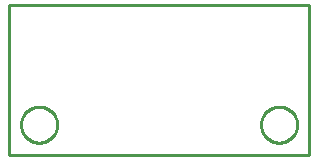
<source format=gko>
G04 EAGLE Gerber RS-274X export*
G75*
%MOMM*%
%FSLAX34Y34*%
%LPD*%
%IN*%
%IPPOS*%
%AMOC8*
5,1,8,0,0,1.08239X$1,22.5*%
G01*
%ADD10C,0.203200*%
%ADD11C,0.000000*%
%ADD12C,0.254000*%


D10*
X0Y0D02*
X0Y127000D01*
X254000Y127000D01*
X254000Y0D01*
X0Y0D01*
D11*
X213360Y25400D02*
X213365Y25774D01*
X213378Y26148D01*
X213401Y26521D01*
X213433Y26894D01*
X213475Y27266D01*
X213525Y27636D01*
X213584Y28005D01*
X213653Y28373D01*
X213730Y28739D01*
X213817Y29103D01*
X213912Y29465D01*
X214016Y29824D01*
X214129Y30181D01*
X214251Y30534D01*
X214381Y30885D01*
X214520Y31232D01*
X214667Y31576D01*
X214823Y31916D01*
X214987Y32252D01*
X215160Y32584D01*
X215340Y32912D01*
X215528Y33235D01*
X215724Y33553D01*
X215928Y33867D01*
X216140Y34175D01*
X216359Y34478D01*
X216586Y34776D01*
X216819Y35068D01*
X217060Y35354D01*
X217308Y35635D01*
X217562Y35909D01*
X217824Y36176D01*
X218091Y36438D01*
X218365Y36692D01*
X218646Y36940D01*
X218932Y37181D01*
X219224Y37414D01*
X219522Y37641D01*
X219825Y37860D01*
X220133Y38072D01*
X220447Y38276D01*
X220765Y38472D01*
X221088Y38660D01*
X221416Y38840D01*
X221748Y39013D01*
X222084Y39177D01*
X222424Y39333D01*
X222768Y39480D01*
X223115Y39619D01*
X223466Y39749D01*
X223819Y39871D01*
X224176Y39984D01*
X224535Y40088D01*
X224897Y40183D01*
X225261Y40270D01*
X225627Y40347D01*
X225995Y40416D01*
X226364Y40475D01*
X226734Y40525D01*
X227106Y40567D01*
X227479Y40599D01*
X227852Y40622D01*
X228226Y40635D01*
X228600Y40640D01*
X228974Y40635D01*
X229348Y40622D01*
X229721Y40599D01*
X230094Y40567D01*
X230466Y40525D01*
X230836Y40475D01*
X231205Y40416D01*
X231573Y40347D01*
X231939Y40270D01*
X232303Y40183D01*
X232665Y40088D01*
X233024Y39984D01*
X233381Y39871D01*
X233734Y39749D01*
X234085Y39619D01*
X234432Y39480D01*
X234776Y39333D01*
X235116Y39177D01*
X235452Y39013D01*
X235784Y38840D01*
X236112Y38660D01*
X236435Y38472D01*
X236753Y38276D01*
X237067Y38072D01*
X237375Y37860D01*
X237678Y37641D01*
X237976Y37414D01*
X238268Y37181D01*
X238554Y36940D01*
X238835Y36692D01*
X239109Y36438D01*
X239376Y36176D01*
X239638Y35909D01*
X239892Y35635D01*
X240140Y35354D01*
X240381Y35068D01*
X240614Y34776D01*
X240841Y34478D01*
X241060Y34175D01*
X241272Y33867D01*
X241476Y33553D01*
X241672Y33235D01*
X241860Y32912D01*
X242040Y32584D01*
X242213Y32252D01*
X242377Y31916D01*
X242533Y31576D01*
X242680Y31232D01*
X242819Y30885D01*
X242949Y30534D01*
X243071Y30181D01*
X243184Y29824D01*
X243288Y29465D01*
X243383Y29103D01*
X243470Y28739D01*
X243547Y28373D01*
X243616Y28005D01*
X243675Y27636D01*
X243725Y27266D01*
X243767Y26894D01*
X243799Y26521D01*
X243822Y26148D01*
X243835Y25774D01*
X243840Y25400D01*
X243835Y25026D01*
X243822Y24652D01*
X243799Y24279D01*
X243767Y23906D01*
X243725Y23534D01*
X243675Y23164D01*
X243616Y22795D01*
X243547Y22427D01*
X243470Y22061D01*
X243383Y21697D01*
X243288Y21335D01*
X243184Y20976D01*
X243071Y20619D01*
X242949Y20266D01*
X242819Y19915D01*
X242680Y19568D01*
X242533Y19224D01*
X242377Y18884D01*
X242213Y18548D01*
X242040Y18216D01*
X241860Y17888D01*
X241672Y17565D01*
X241476Y17247D01*
X241272Y16933D01*
X241060Y16625D01*
X240841Y16322D01*
X240614Y16024D01*
X240381Y15732D01*
X240140Y15446D01*
X239892Y15165D01*
X239638Y14891D01*
X239376Y14624D01*
X239109Y14362D01*
X238835Y14108D01*
X238554Y13860D01*
X238268Y13619D01*
X237976Y13386D01*
X237678Y13159D01*
X237375Y12940D01*
X237067Y12728D01*
X236753Y12524D01*
X236435Y12328D01*
X236112Y12140D01*
X235784Y11960D01*
X235452Y11787D01*
X235116Y11623D01*
X234776Y11467D01*
X234432Y11320D01*
X234085Y11181D01*
X233734Y11051D01*
X233381Y10929D01*
X233024Y10816D01*
X232665Y10712D01*
X232303Y10617D01*
X231939Y10530D01*
X231573Y10453D01*
X231205Y10384D01*
X230836Y10325D01*
X230466Y10275D01*
X230094Y10233D01*
X229721Y10201D01*
X229348Y10178D01*
X228974Y10165D01*
X228600Y10160D01*
X228226Y10165D01*
X227852Y10178D01*
X227479Y10201D01*
X227106Y10233D01*
X226734Y10275D01*
X226364Y10325D01*
X225995Y10384D01*
X225627Y10453D01*
X225261Y10530D01*
X224897Y10617D01*
X224535Y10712D01*
X224176Y10816D01*
X223819Y10929D01*
X223466Y11051D01*
X223115Y11181D01*
X222768Y11320D01*
X222424Y11467D01*
X222084Y11623D01*
X221748Y11787D01*
X221416Y11960D01*
X221088Y12140D01*
X220765Y12328D01*
X220447Y12524D01*
X220133Y12728D01*
X219825Y12940D01*
X219522Y13159D01*
X219224Y13386D01*
X218932Y13619D01*
X218646Y13860D01*
X218365Y14108D01*
X218091Y14362D01*
X217824Y14624D01*
X217562Y14891D01*
X217308Y15165D01*
X217060Y15446D01*
X216819Y15732D01*
X216586Y16024D01*
X216359Y16322D01*
X216140Y16625D01*
X215928Y16933D01*
X215724Y17247D01*
X215528Y17565D01*
X215340Y17888D01*
X215160Y18216D01*
X214987Y18548D01*
X214823Y18884D01*
X214667Y19224D01*
X214520Y19568D01*
X214381Y19915D01*
X214251Y20266D01*
X214129Y20619D01*
X214016Y20976D01*
X213912Y21335D01*
X213817Y21697D01*
X213730Y22061D01*
X213653Y22427D01*
X213584Y22795D01*
X213525Y23164D01*
X213475Y23534D01*
X213433Y23906D01*
X213401Y24279D01*
X213378Y24652D01*
X213365Y25026D01*
X213360Y25400D01*
X10160Y25400D02*
X10165Y25774D01*
X10178Y26148D01*
X10201Y26521D01*
X10233Y26894D01*
X10275Y27266D01*
X10325Y27636D01*
X10384Y28005D01*
X10453Y28373D01*
X10530Y28739D01*
X10617Y29103D01*
X10712Y29465D01*
X10816Y29824D01*
X10929Y30181D01*
X11051Y30534D01*
X11181Y30885D01*
X11320Y31232D01*
X11467Y31576D01*
X11623Y31916D01*
X11787Y32252D01*
X11960Y32584D01*
X12140Y32912D01*
X12328Y33235D01*
X12524Y33553D01*
X12728Y33867D01*
X12940Y34175D01*
X13159Y34478D01*
X13386Y34776D01*
X13619Y35068D01*
X13860Y35354D01*
X14108Y35635D01*
X14362Y35909D01*
X14624Y36176D01*
X14891Y36438D01*
X15165Y36692D01*
X15446Y36940D01*
X15732Y37181D01*
X16024Y37414D01*
X16322Y37641D01*
X16625Y37860D01*
X16933Y38072D01*
X17247Y38276D01*
X17565Y38472D01*
X17888Y38660D01*
X18216Y38840D01*
X18548Y39013D01*
X18884Y39177D01*
X19224Y39333D01*
X19568Y39480D01*
X19915Y39619D01*
X20266Y39749D01*
X20619Y39871D01*
X20976Y39984D01*
X21335Y40088D01*
X21697Y40183D01*
X22061Y40270D01*
X22427Y40347D01*
X22795Y40416D01*
X23164Y40475D01*
X23534Y40525D01*
X23906Y40567D01*
X24279Y40599D01*
X24652Y40622D01*
X25026Y40635D01*
X25400Y40640D01*
X25774Y40635D01*
X26148Y40622D01*
X26521Y40599D01*
X26894Y40567D01*
X27266Y40525D01*
X27636Y40475D01*
X28005Y40416D01*
X28373Y40347D01*
X28739Y40270D01*
X29103Y40183D01*
X29465Y40088D01*
X29824Y39984D01*
X30181Y39871D01*
X30534Y39749D01*
X30885Y39619D01*
X31232Y39480D01*
X31576Y39333D01*
X31916Y39177D01*
X32252Y39013D01*
X32584Y38840D01*
X32912Y38660D01*
X33235Y38472D01*
X33553Y38276D01*
X33867Y38072D01*
X34175Y37860D01*
X34478Y37641D01*
X34776Y37414D01*
X35068Y37181D01*
X35354Y36940D01*
X35635Y36692D01*
X35909Y36438D01*
X36176Y36176D01*
X36438Y35909D01*
X36692Y35635D01*
X36940Y35354D01*
X37181Y35068D01*
X37414Y34776D01*
X37641Y34478D01*
X37860Y34175D01*
X38072Y33867D01*
X38276Y33553D01*
X38472Y33235D01*
X38660Y32912D01*
X38840Y32584D01*
X39013Y32252D01*
X39177Y31916D01*
X39333Y31576D01*
X39480Y31232D01*
X39619Y30885D01*
X39749Y30534D01*
X39871Y30181D01*
X39984Y29824D01*
X40088Y29465D01*
X40183Y29103D01*
X40270Y28739D01*
X40347Y28373D01*
X40416Y28005D01*
X40475Y27636D01*
X40525Y27266D01*
X40567Y26894D01*
X40599Y26521D01*
X40622Y26148D01*
X40635Y25774D01*
X40640Y25400D01*
X40635Y25026D01*
X40622Y24652D01*
X40599Y24279D01*
X40567Y23906D01*
X40525Y23534D01*
X40475Y23164D01*
X40416Y22795D01*
X40347Y22427D01*
X40270Y22061D01*
X40183Y21697D01*
X40088Y21335D01*
X39984Y20976D01*
X39871Y20619D01*
X39749Y20266D01*
X39619Y19915D01*
X39480Y19568D01*
X39333Y19224D01*
X39177Y18884D01*
X39013Y18548D01*
X38840Y18216D01*
X38660Y17888D01*
X38472Y17565D01*
X38276Y17247D01*
X38072Y16933D01*
X37860Y16625D01*
X37641Y16322D01*
X37414Y16024D01*
X37181Y15732D01*
X36940Y15446D01*
X36692Y15165D01*
X36438Y14891D01*
X36176Y14624D01*
X35909Y14362D01*
X35635Y14108D01*
X35354Y13860D01*
X35068Y13619D01*
X34776Y13386D01*
X34478Y13159D01*
X34175Y12940D01*
X33867Y12728D01*
X33553Y12524D01*
X33235Y12328D01*
X32912Y12140D01*
X32584Y11960D01*
X32252Y11787D01*
X31916Y11623D01*
X31576Y11467D01*
X31232Y11320D01*
X30885Y11181D01*
X30534Y11051D01*
X30181Y10929D01*
X29824Y10816D01*
X29465Y10712D01*
X29103Y10617D01*
X28739Y10530D01*
X28373Y10453D01*
X28005Y10384D01*
X27636Y10325D01*
X27266Y10275D01*
X26894Y10233D01*
X26521Y10201D01*
X26148Y10178D01*
X25774Y10165D01*
X25400Y10160D01*
X25026Y10165D01*
X24652Y10178D01*
X24279Y10201D01*
X23906Y10233D01*
X23534Y10275D01*
X23164Y10325D01*
X22795Y10384D01*
X22427Y10453D01*
X22061Y10530D01*
X21697Y10617D01*
X21335Y10712D01*
X20976Y10816D01*
X20619Y10929D01*
X20266Y11051D01*
X19915Y11181D01*
X19568Y11320D01*
X19224Y11467D01*
X18884Y11623D01*
X18548Y11787D01*
X18216Y11960D01*
X17888Y12140D01*
X17565Y12328D01*
X17247Y12524D01*
X16933Y12728D01*
X16625Y12940D01*
X16322Y13159D01*
X16024Y13386D01*
X15732Y13619D01*
X15446Y13860D01*
X15165Y14108D01*
X14891Y14362D01*
X14624Y14624D01*
X14362Y14891D01*
X14108Y15165D01*
X13860Y15446D01*
X13619Y15732D01*
X13386Y16024D01*
X13159Y16322D01*
X12940Y16625D01*
X12728Y16933D01*
X12524Y17247D01*
X12328Y17565D01*
X12140Y17888D01*
X11960Y18216D01*
X11787Y18548D01*
X11623Y18884D01*
X11467Y19224D01*
X11320Y19568D01*
X11181Y19915D01*
X11051Y20266D01*
X10929Y20619D01*
X10816Y20976D01*
X10712Y21335D01*
X10617Y21697D01*
X10530Y22061D01*
X10453Y22427D01*
X10384Y22795D01*
X10325Y23164D01*
X10275Y23534D01*
X10233Y23906D01*
X10201Y24279D01*
X10178Y24652D01*
X10165Y25026D01*
X10160Y25400D01*
D12*
X0Y0D02*
X254000Y0D01*
X254000Y127000D01*
X0Y127000D01*
X0Y0D01*
X243840Y24856D02*
X243762Y23770D01*
X243607Y22692D01*
X243376Y21629D01*
X243069Y20584D01*
X242689Y19564D01*
X242237Y18574D01*
X241715Y17619D01*
X241126Y16703D01*
X240474Y15831D01*
X239761Y15009D01*
X238991Y14239D01*
X238169Y13526D01*
X237297Y12874D01*
X236381Y12285D01*
X235426Y11763D01*
X234436Y11311D01*
X233416Y10931D01*
X232371Y10624D01*
X231308Y10393D01*
X230230Y10238D01*
X229144Y10160D01*
X228056Y10160D01*
X226970Y10238D01*
X225892Y10393D01*
X224829Y10624D01*
X223784Y10931D01*
X222764Y11311D01*
X221774Y11763D01*
X220819Y12285D01*
X219903Y12874D01*
X219031Y13526D01*
X218209Y14239D01*
X217439Y15009D01*
X216726Y15831D01*
X216074Y16703D01*
X215485Y17619D01*
X214963Y18574D01*
X214511Y19564D01*
X214131Y20584D01*
X213824Y21629D01*
X213593Y22692D01*
X213438Y23770D01*
X213360Y24856D01*
X213360Y25944D01*
X213438Y27030D01*
X213593Y28108D01*
X213824Y29171D01*
X214131Y30216D01*
X214511Y31236D01*
X214963Y32226D01*
X215485Y33181D01*
X216074Y34097D01*
X216726Y34969D01*
X217439Y35791D01*
X218209Y36561D01*
X219031Y37274D01*
X219903Y37926D01*
X220819Y38515D01*
X221774Y39037D01*
X222764Y39489D01*
X223784Y39869D01*
X224829Y40176D01*
X225892Y40407D01*
X226970Y40562D01*
X228056Y40640D01*
X229144Y40640D01*
X230230Y40562D01*
X231308Y40407D01*
X232371Y40176D01*
X233416Y39869D01*
X234436Y39489D01*
X235426Y39037D01*
X236381Y38515D01*
X237297Y37926D01*
X238169Y37274D01*
X238991Y36561D01*
X239761Y35791D01*
X240474Y34969D01*
X241126Y34097D01*
X241715Y33181D01*
X242237Y32226D01*
X242689Y31236D01*
X243069Y30216D01*
X243376Y29171D01*
X243607Y28108D01*
X243762Y27030D01*
X243840Y25944D01*
X243840Y24856D01*
X40640Y24856D02*
X40562Y23770D01*
X40407Y22692D01*
X40176Y21629D01*
X39869Y20584D01*
X39489Y19564D01*
X39037Y18574D01*
X38515Y17619D01*
X37926Y16703D01*
X37274Y15831D01*
X36561Y15009D01*
X35791Y14239D01*
X34969Y13526D01*
X34097Y12874D01*
X33181Y12285D01*
X32226Y11763D01*
X31236Y11311D01*
X30216Y10931D01*
X29171Y10624D01*
X28108Y10393D01*
X27030Y10238D01*
X25944Y10160D01*
X24856Y10160D01*
X23770Y10238D01*
X22692Y10393D01*
X21629Y10624D01*
X20584Y10931D01*
X19564Y11311D01*
X18574Y11763D01*
X17619Y12285D01*
X16703Y12874D01*
X15831Y13526D01*
X15009Y14239D01*
X14239Y15009D01*
X13526Y15831D01*
X12874Y16703D01*
X12285Y17619D01*
X11763Y18574D01*
X11311Y19564D01*
X10931Y20584D01*
X10624Y21629D01*
X10393Y22692D01*
X10238Y23770D01*
X10160Y24856D01*
X10160Y25944D01*
X10238Y27030D01*
X10393Y28108D01*
X10624Y29171D01*
X10931Y30216D01*
X11311Y31236D01*
X11763Y32226D01*
X12285Y33181D01*
X12874Y34097D01*
X13526Y34969D01*
X14239Y35791D01*
X15009Y36561D01*
X15831Y37274D01*
X16703Y37926D01*
X17619Y38515D01*
X18574Y39037D01*
X19564Y39489D01*
X20584Y39869D01*
X21629Y40176D01*
X22692Y40407D01*
X23770Y40562D01*
X24856Y40640D01*
X25944Y40640D01*
X27030Y40562D01*
X28108Y40407D01*
X29171Y40176D01*
X30216Y39869D01*
X31236Y39489D01*
X32226Y39037D01*
X33181Y38515D01*
X34097Y37926D01*
X34969Y37274D01*
X35791Y36561D01*
X36561Y35791D01*
X37274Y34969D01*
X37926Y34097D01*
X38515Y33181D01*
X39037Y32226D01*
X39489Y31236D01*
X39869Y30216D01*
X40176Y29171D01*
X40407Y28108D01*
X40562Y27030D01*
X40640Y25944D01*
X40640Y24856D01*
M02*

</source>
